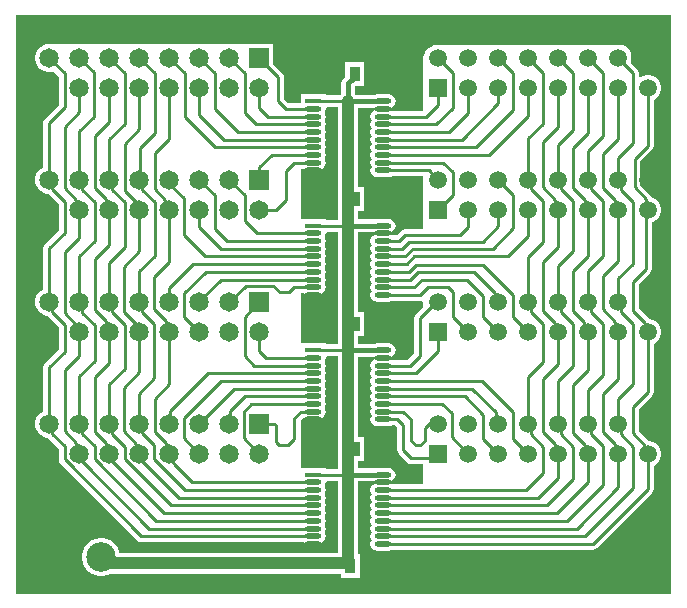
<source format=gtl>
G04*
G04 #@! TF.GenerationSoftware,Altium Limited,Altium Designer,21.6.1 (37)*
G04*
G04 Layer_Physical_Order=1*
G04 Layer_Color=255*
%FSLAX25Y25*%
%MOIN*%
G70*
G04*
G04 #@! TF.SameCoordinates,01938319-B850-4C9D-A5BA-AB94FDF17EC4*
G04*
G04*
G04 #@! TF.FilePolarity,Positive*
G04*
G01*
G75*
%ADD15C,0.01000*%
%ADD16R,0.05512X0.01772*%
%ADD17O,0.05512X0.01772*%
%ADD18R,0.03543X0.05118*%
%ADD28C,0.04000*%
%ADD29C,0.01500*%
%ADD30C,0.05906*%
%ADD31R,0.05906X0.05906*%
%ADD32C,0.09843*%
%ADD33C,0.06500*%
%ADD34R,0.06500X0.06500*%
%ADD35C,0.02300*%
G36*
X220063Y1937D02*
X1937D01*
X1937Y194913D01*
X220063D01*
Y1937D01*
D02*
G37*
%LPC*%
G36*
X87550Y185150D02*
X12288D01*
X11704Y184993D01*
X11573Y184968D01*
X11512Y184942D01*
X11105Y184833D01*
X10741Y184623D01*
X10709Y184609D01*
X10652Y184572D01*
X10045Y184221D01*
X9179Y183355D01*
X8913Y182894D01*
X8750Y182651D01*
X8694Y182515D01*
X8567Y182295D01*
X8501Y182049D01*
X8392Y181787D01*
X8282Y181231D01*
X8250Y181112D01*
Y181071D01*
X8210Y180869D01*
Y179953D01*
X8385Y179074D01*
X8728Y178246D01*
X9226Y177500D01*
X9860Y176866D01*
X10606Y176368D01*
X11434Y176025D01*
X12214Y175870D01*
X12288Y175850D01*
X13512D01*
X14010Y175801D01*
X14929Y175420D01*
X15633Y174716D01*
X16014Y173797D01*
X16063Y173299D01*
Y164802D01*
X11530Y160270D01*
X11110Y159641D01*
X10963Y158900D01*
Y144084D01*
X10045Y143554D01*
X9179Y142688D01*
X8567Y141628D01*
X8250Y140445D01*
Y139221D01*
X8567Y138038D01*
X9179Y136978D01*
X10045Y136112D01*
X11105Y135500D01*
X12288Y135183D01*
X12669D01*
X16063Y131790D01*
Y122865D01*
X11530Y118332D01*
X11110Y117704D01*
X10963Y116962D01*
Y103418D01*
X10045Y102888D01*
X9179Y102022D01*
X8567Y100961D01*
X8250Y99779D01*
Y98554D01*
X8567Y97372D01*
X9179Y96311D01*
X10045Y95446D01*
X11105Y94833D01*
X12288Y94517D01*
X12406D01*
X12583Y94253D01*
X16063Y90773D01*
Y83302D01*
X11530Y78770D01*
X11110Y78141D01*
X10963Y77400D01*
Y62751D01*
X10045Y62221D01*
X9179Y61355D01*
X8567Y60295D01*
X8250Y59112D01*
Y57888D01*
X8567Y56705D01*
X9179Y55645D01*
X10045Y54779D01*
X11105Y54167D01*
X12288Y53850D01*
X12467D01*
X12583Y53678D01*
X16063Y50198D01*
Y46683D01*
X16210Y45941D01*
X16630Y45313D01*
X18250Y43692D01*
X18295Y43625D01*
X19688Y42232D01*
X19755Y42188D01*
X42269Y19673D01*
X42898Y19254D01*
X43639Y19106D01*
X97801D01*
X98124Y18890D01*
X99016Y18713D01*
X102756D01*
X103648Y18890D01*
X104404Y19395D01*
X104909Y20151D01*
X105087Y21043D01*
X104909Y21935D01*
X104650Y22323D01*
X104909Y22711D01*
X105087Y23602D01*
X104909Y24494D01*
X104650Y24882D01*
X104909Y25269D01*
X105087Y26161D01*
X104909Y27053D01*
X104650Y27441D01*
X104909Y27829D01*
X105087Y28721D01*
X104909Y29612D01*
X104650Y30000D01*
X104909Y30388D01*
X105087Y31280D01*
X104909Y32171D01*
X104650Y32559D01*
X104909Y32947D01*
X105087Y33839D01*
X104909Y34730D01*
X104650Y35118D01*
X104909Y35506D01*
X105087Y36398D01*
X104909Y37290D01*
X104650Y37677D01*
X104909Y38065D01*
X105087Y38957D01*
X105062Y39079D01*
X105355Y39579D01*
X109071D01*
Y15429D01*
X36369D01*
X36278Y15887D01*
X35802Y17038D01*
X35110Y18073D01*
X34230Y18953D01*
X33194Y19645D01*
X32044Y20122D01*
X30823Y20365D01*
X29577D01*
X28356Y20122D01*
X27206Y19645D01*
X26170Y18953D01*
X25290Y18073D01*
X24598Y17038D01*
X24122Y15887D01*
X23879Y14666D01*
Y13421D01*
X24122Y12200D01*
X24598Y11049D01*
X25290Y10014D01*
X26170Y9133D01*
X27206Y8442D01*
X28356Y7965D01*
X29577Y7722D01*
X30823D01*
X32044Y7965D01*
X33194Y8442D01*
X33388Y8571D01*
X110088D01*
Y7041D01*
X116431D01*
Y14959D01*
X115929D01*
Y39324D01*
X121548D01*
X122111Y39212D01*
Y38702D01*
X121352Y38551D01*
X120596Y38046D01*
X120091Y37290D01*
X119913Y36398D01*
X120091Y35506D01*
X120350Y35118D01*
X120091Y34730D01*
X119913Y33839D01*
X120091Y32947D01*
X120350Y32559D01*
X120091Y32171D01*
X119913Y31280D01*
X120091Y30388D01*
X120350Y30000D01*
X120091Y29612D01*
X119913Y28721D01*
X120091Y27829D01*
X120350Y27441D01*
X120091Y27053D01*
X119913Y26161D01*
X120091Y25269D01*
X120350Y24882D01*
X120091Y24494D01*
X119913Y23602D01*
X120091Y22711D01*
X120350Y22323D01*
X120091Y21935D01*
X119913Y21043D01*
X120091Y20151D01*
X120350Y19764D01*
X120091Y19376D01*
X119913Y18484D01*
X120091Y17592D01*
X120596Y16836D01*
X121352Y16331D01*
X122244Y16154D01*
X125984D01*
X126876Y16331D01*
X127199Y16547D01*
X194146D01*
X194887Y16694D01*
X195516Y17114D01*
X213870Y35469D01*
X214290Y36097D01*
X214437Y36839D01*
Y44592D01*
X215173Y45017D01*
X215983Y45827D01*
X216556Y46820D01*
X216853Y47927D01*
Y49073D01*
X216556Y50180D01*
X215983Y51173D01*
X215173Y51983D01*
X214180Y52556D01*
X213073Y52853D01*
X212698D01*
X209437Y56113D01*
Y63417D01*
X213870Y67849D01*
X214290Y68478D01*
X214437Y69219D01*
Y85259D01*
X215173Y85684D01*
X215983Y86494D01*
X216556Y87486D01*
X216853Y88594D01*
Y89740D01*
X216556Y90847D01*
X215983Y91839D01*
X215173Y92650D01*
X214180Y93223D01*
X213073Y93519D01*
X212957D01*
X212931Y93558D01*
X209437Y97052D01*
Y104977D01*
X213120Y108660D01*
X213540Y109288D01*
X213687Y110030D01*
Y125645D01*
X214180Y125777D01*
X215173Y126350D01*
X215983Y127161D01*
X216556Y128153D01*
X216853Y129260D01*
Y130406D01*
X216556Y131513D01*
X215983Y132506D01*
X215173Y133316D01*
X214180Y133889D01*
X213653Y134030D01*
X213619Y134201D01*
X213199Y134830D01*
X209937Y138092D01*
Y145944D01*
X213870Y149877D01*
X214290Y150505D01*
X214437Y151247D01*
Y166592D01*
X215173Y167017D01*
X215983Y167827D01*
X216556Y168820D01*
X216853Y169927D01*
Y171073D01*
X216556Y172180D01*
X215983Y173173D01*
X215173Y173983D01*
X214180Y174556D01*
X213073Y174853D01*
X211927D01*
X210820Y174556D01*
X209937Y174047D01*
X209437Y174233D01*
Y175500D01*
X209290Y176241D01*
X208870Y176870D01*
X206884Y178856D01*
Y181365D01*
X206736Y182109D01*
X206445Y182811D01*
X206024Y183442D01*
X205487Y183979D01*
X204856Y184400D01*
X204154Y184691D01*
X203410Y184839D01*
X203125D01*
X203073Y184853D01*
X201927D01*
X201875Y184839D01*
X193125D01*
X193073Y184853D01*
X191927D01*
X191875Y184839D01*
X183125D01*
X183073Y184853D01*
X181927D01*
X181875Y184839D01*
X173125D01*
X173073Y184853D01*
X171927D01*
X171875Y184839D01*
X163125D01*
X163073Y184853D01*
X161927D01*
X161875Y184839D01*
X153125D01*
X153073Y184853D01*
X151927D01*
X151875Y184839D01*
X143125D01*
X143073Y184853D01*
X141927D01*
X141560Y184754D01*
X141024Y184648D01*
X140118Y184273D01*
X139304Y183728D01*
X138611Y183035D01*
X138066Y182220D01*
X137691Y181315D01*
X137500Y180354D01*
Y177500D01*
X137430Y169837D01*
X137407D01*
Y162835D01*
X127199D01*
X126876Y163051D01*
X126117Y163202D01*
Y163712D01*
X126876Y163863D01*
X127632Y164368D01*
X128137Y165124D01*
X128315Y166016D01*
X128137Y166908D01*
X127632Y167664D01*
X126876Y168169D01*
X125984Y168346D01*
X122244D01*
X121548Y168208D01*
X115092D01*
X114925Y168425D01*
X114692Y168604D01*
Y171041D01*
X117931D01*
Y178959D01*
X111588D01*
Y174141D01*
X110950Y173503D01*
X110475Y172792D01*
X110308Y171953D01*
Y168604D01*
X110075Y168425D01*
X109713Y167953D01*
X105042D01*
Y168302D01*
X96730D01*
Y165537D01*
X92464D01*
X91158Y166843D01*
Y174179D01*
X91010Y174921D01*
X90590Y175549D01*
X87550Y178590D01*
Y185150D01*
D02*
G37*
%LPD*%
G36*
X109071Y126453D02*
X105042D01*
Y126802D01*
X96730D01*
Y143606D01*
X97801D01*
X98124Y143390D01*
X99016Y143213D01*
X102756D01*
X103648Y143390D01*
X104404Y143895D01*
X104909Y144651D01*
X105087Y145543D01*
X104909Y146435D01*
X104650Y146823D01*
X104909Y147211D01*
X105087Y148102D01*
X104909Y148994D01*
X104650Y149382D01*
X104909Y149769D01*
X105087Y150661D01*
X104909Y151553D01*
X104650Y151941D01*
X104909Y152329D01*
X105087Y153220D01*
X104909Y154112D01*
X104650Y154500D01*
X104909Y154888D01*
X105087Y155780D01*
X104909Y156671D01*
X104650Y157059D01*
X104909Y157447D01*
X105087Y158339D01*
X104909Y159230D01*
X104650Y159618D01*
X104909Y160006D01*
X105087Y160898D01*
X104909Y161790D01*
X104650Y162177D01*
X104909Y162565D01*
X105087Y163457D01*
X105062Y163578D01*
X105355Y164078D01*
X109071D01*
Y126453D01*
D02*
G37*
G36*
X122111Y163712D02*
Y163202D01*
X121352Y163051D01*
X120596Y162546D01*
X120091Y161790D01*
X119913Y160898D01*
X120091Y160006D01*
X120350Y159618D01*
X120091Y159230D01*
X119913Y158339D01*
X120091Y157447D01*
X120350Y157059D01*
X120091Y156671D01*
X119913Y155780D01*
X120091Y154888D01*
X120350Y154500D01*
X120091Y154112D01*
X119913Y153220D01*
X120091Y152329D01*
X120350Y151941D01*
X120091Y151553D01*
X119913Y150661D01*
X120091Y149769D01*
X120350Y149382D01*
X120091Y148994D01*
X119913Y148102D01*
X120091Y147211D01*
X120350Y146823D01*
X120091Y146435D01*
X119913Y145543D01*
X120091Y144651D01*
X120350Y144264D01*
X120091Y143876D01*
X119913Y142984D01*
X120091Y142092D01*
X120596Y141336D01*
X121352Y140831D01*
X122244Y140654D01*
X125984D01*
X126876Y140831D01*
X127199Y141047D01*
X137407D01*
Y123287D01*
X131541D01*
X130800Y123140D01*
X130171Y122720D01*
X128786Y121335D01*
X127199D01*
X126876Y121551D01*
X126117Y121702D01*
Y122212D01*
X126876Y122363D01*
X127632Y122868D01*
X128137Y123624D01*
X128315Y124516D01*
X128137Y125408D01*
X127632Y126164D01*
X126876Y126669D01*
X125984Y126846D01*
X122244D01*
X121548Y126708D01*
X115929D01*
Y129374D01*
X117931D01*
Y137292D01*
X115929D01*
Y163824D01*
X121548D01*
X122111Y163712D01*
D02*
G37*
G36*
X109071Y84953D02*
X105042D01*
Y85302D01*
X96730D01*
Y102106D01*
X97801D01*
X98124Y101890D01*
X99016Y101713D01*
X102756D01*
X103648Y101890D01*
X104404Y102395D01*
X104909Y103151D01*
X105087Y104043D01*
X104909Y104935D01*
X104650Y105323D01*
X104909Y105710D01*
X105087Y106602D01*
X104909Y107494D01*
X104650Y107882D01*
X104909Y108270D01*
X105087Y109161D01*
X104909Y110053D01*
X104650Y110441D01*
X104909Y110829D01*
X105087Y111721D01*
X104909Y112612D01*
X104650Y113000D01*
X104909Y113388D01*
X105087Y114279D01*
X104909Y115171D01*
X104650Y115559D01*
X104909Y115947D01*
X105087Y116839D01*
X104909Y117730D01*
X104650Y118118D01*
X104909Y118506D01*
X105087Y119398D01*
X104909Y120290D01*
X104650Y120677D01*
X104909Y121065D01*
X105087Y121957D01*
X105062Y122079D01*
X105355Y122579D01*
X109071D01*
Y84953D01*
D02*
G37*
G36*
X122111Y122212D02*
Y121702D01*
X121352Y121551D01*
X120596Y121046D01*
X120091Y120290D01*
X119913Y119398D01*
X120091Y118506D01*
X120350Y118118D01*
X120091Y117730D01*
X119913Y116839D01*
X120091Y115947D01*
X120350Y115559D01*
X120091Y115171D01*
X119913Y114279D01*
X120091Y113388D01*
X120350Y113000D01*
X120091Y112612D01*
X119913Y111721D01*
X120091Y110829D01*
X120350Y110441D01*
X120091Y110053D01*
X119913Y109161D01*
X120091Y108270D01*
X120350Y107882D01*
X120091Y107494D01*
X119913Y106602D01*
X120091Y105710D01*
X120350Y105323D01*
X120091Y104935D01*
X119913Y104043D01*
X120091Y103151D01*
X120350Y102764D01*
X120091Y102376D01*
X119913Y101484D01*
X120091Y100592D01*
X120596Y99836D01*
X121352Y99331D01*
X122244Y99154D01*
X125984D01*
X126876Y99331D01*
X127199Y99547D01*
X136480D01*
X136907Y99632D01*
X137407Y99263D01*
Y97495D01*
X135110Y95199D01*
X134690Y94570D01*
X134542Y93829D01*
Y81993D01*
X132385Y79835D01*
X127199D01*
X126876Y80051D01*
X126117Y80202D01*
Y80712D01*
X126876Y80863D01*
X127632Y81368D01*
X128137Y82124D01*
X128315Y83016D01*
X128137Y83908D01*
X127632Y84664D01*
X126876Y85169D01*
X125984Y85346D01*
X122244D01*
X121548Y85208D01*
X115929D01*
Y87708D01*
X117931D01*
Y95626D01*
X115929D01*
Y122324D01*
X121548D01*
X122111Y122212D01*
D02*
G37*
G36*
X109071Y43453D02*
X105042D01*
Y43802D01*
X96730D01*
Y59877D01*
X97460Y60606D01*
X97801D01*
X98124Y60390D01*
X99016Y60213D01*
X102756D01*
X103648Y60390D01*
X104404Y60895D01*
X104909Y61651D01*
X105087Y62543D01*
X104909Y63435D01*
X104650Y63823D01*
X104909Y64210D01*
X105087Y65102D01*
X104909Y65994D01*
X104650Y66382D01*
X104909Y66769D01*
X105087Y67661D01*
X104909Y68553D01*
X104650Y68941D01*
X104909Y69329D01*
X105087Y70221D01*
X104909Y71112D01*
X104650Y71500D01*
X104909Y71888D01*
X105087Y72780D01*
X104909Y73671D01*
X104650Y74059D01*
X104909Y74447D01*
X105087Y75339D01*
X104909Y76231D01*
X104650Y76618D01*
X104909Y77006D01*
X105087Y77898D01*
X104909Y78790D01*
X104650Y79177D01*
X104909Y79565D01*
X105087Y80457D01*
X105062Y80579D01*
X105355Y81078D01*
X109071D01*
Y43453D01*
D02*
G37*
G36*
X122111Y80712D02*
Y80202D01*
X121352Y80051D01*
X120596Y79546D01*
X120091Y78790D01*
X119913Y77898D01*
X120091Y77006D01*
X120350Y76618D01*
X120091Y76231D01*
X119913Y75339D01*
X120091Y74447D01*
X120350Y74059D01*
X120091Y73671D01*
X119913Y72780D01*
X120091Y71888D01*
X120350Y71500D01*
X120091Y71112D01*
X119913Y70221D01*
X120091Y69329D01*
X120350Y68941D01*
X120091Y68553D01*
X119913Y67661D01*
X120091Y66769D01*
X120350Y66382D01*
X120091Y65994D01*
X119913Y65102D01*
X120091Y64210D01*
X120350Y63823D01*
X120091Y63435D01*
X119913Y62543D01*
X120091Y61651D01*
X120350Y61264D01*
X120091Y60876D01*
X119913Y59984D01*
X120091Y59092D01*
X120596Y58336D01*
X121352Y57831D01*
X122244Y57654D01*
X125984D01*
X126876Y57831D01*
X127199Y58047D01*
X128035D01*
X128840Y57242D01*
Y49723D01*
X128987Y48982D01*
X129407Y48353D01*
X132098Y45663D01*
X132726Y45243D01*
X133467Y45095D01*
X137407D01*
Y38335D01*
X127199D01*
X126876Y38551D01*
X126117Y38702D01*
Y39212D01*
X126876Y39363D01*
X127632Y39868D01*
X128137Y40624D01*
X128315Y41516D01*
X128137Y42408D01*
X127632Y43164D01*
X126876Y43669D01*
X125984Y43846D01*
X122244D01*
X121548Y43708D01*
X115929D01*
Y46041D01*
X117931D01*
Y53959D01*
X115929D01*
Y80824D01*
X121548D01*
X122111Y80712D01*
D02*
G37*
D15*
X101900Y133779D02*
Y142984D01*
X102453Y134333D02*
X102500Y134286D01*
X100886Y142984D02*
X101900D01*
X187500Y137065D02*
Y150595D01*
X192500Y155595D01*
Y170500D01*
Y149480D02*
X197500Y154481D01*
X192500Y139833D02*
Y149480D01*
X197500Y154481D02*
Y175500D01*
X182500Y139833D02*
Y151382D01*
X187500Y156382D02*
Y175500D01*
X182500Y151382D02*
X187500Y156382D01*
X182500Y157533D02*
Y170500D01*
X177500Y137327D02*
Y152532D01*
X182500Y157533D01*
X177500Y158610D02*
Y175500D01*
X172500Y153611D02*
X177500Y158610D01*
X172500Y139833D02*
Y153611D01*
X197500Y137194D02*
Y148406D01*
X202500Y153406D01*
Y170500D01*
Y139833D02*
Y147143D01*
X207500Y152143D02*
Y175500D01*
X202500Y147143D02*
X207500Y152143D01*
X212500Y151247D02*
Y170500D01*
X208000Y137290D02*
Y146747D01*
X212500Y151247D01*
X181561Y130772D02*
Y133265D01*
X177500Y137327D02*
X181561Y133265D01*
X177500Y119000D02*
Y132691D01*
X172500Y139833D02*
X173439Y138895D01*
Y136752D02*
Y138895D01*
Y136752D02*
X177500Y132691D01*
X187500Y137065D02*
X191561Y133004D01*
Y130772D02*
X192500Y129833D01*
X191561Y130772D02*
Y133004D01*
X192500Y114595D02*
Y129833D01*
X182500Y139833D02*
X183439Y138895D01*
Y136686D02*
X187500Y132624D01*
Y116064D02*
Y132624D01*
X183439Y136686D02*
Y138895D01*
X201561Y130772D02*
Y133133D01*
Y130772D02*
X202500Y129833D01*
X197500Y137194D02*
X201561Y133133D01*
X192500Y139833D02*
X193439Y138895D01*
X197500Y114500D02*
Y132831D01*
X193439Y136892D02*
Y138895D01*
Y136892D02*
X197500Y132831D01*
X203439Y136514D02*
X207381Y132571D01*
Y111840D02*
Y132571D01*
X202500Y106958D02*
X207381Y111840D01*
X202500Y139833D02*
X203439Y138895D01*
Y136514D02*
Y138895D01*
X211830Y130504D02*
X212500Y129833D01*
X211830Y130504D02*
Y133460D01*
X208000Y137290D02*
X211830Y133460D01*
X182500Y99167D02*
Y111064D01*
X187500Y116064D01*
X192500Y109500D02*
X197500Y114500D01*
X202500Y112762D02*
Y129833D01*
X197500Y96651D02*
Y107762D01*
X202500Y112762D01*
Y99167D02*
Y106958D01*
X207500Y96249D02*
Y105780D01*
X211750Y110030D02*
Y129083D01*
X207500Y105780D02*
X211750Y110030D01*
X211561Y90105D02*
X212500Y89167D01*
X211561Y90105D02*
Y92188D01*
X207500Y96249D02*
X211561Y92188D01*
X203439Y95835D02*
Y98228D01*
Y95835D02*
X207500Y91774D01*
Y71623D02*
Y91774D01*
X202500Y99167D02*
X203439Y98228D01*
X201594Y90073D02*
Y92558D01*
X197500Y96651D02*
X201594Y92558D01*
Y90073D02*
X202500Y89167D01*
X193439Y95917D02*
Y98228D01*
Y95917D02*
X197500Y91856D01*
Y74850D02*
Y91856D01*
X192500Y99167D02*
X193439Y98228D01*
X192500Y99167D02*
Y109500D01*
X187500Y96093D02*
X191203Y92390D01*
Y91791D02*
Y92390D01*
X187500Y96093D02*
Y109595D01*
X192500Y76504D02*
Y90494D01*
X191203Y91791D02*
X192500Y90494D01*
X182500Y99167D02*
X183381Y98285D01*
Y95751D02*
Y98285D01*
Y95751D02*
X187500Y91632D01*
Y77702D02*
Y91632D01*
X181561Y90105D02*
X182500Y89167D01*
X177500Y96167D02*
Y112589D01*
Y96167D02*
X181561Y92106D01*
Y90105D02*
Y92106D01*
X172500Y99167D02*
X173400Y98267D01*
X177500Y78974D02*
Y91669D01*
X173400Y95769D02*
Y98267D01*
Y95769D02*
X177500Y91669D01*
X172500Y99167D02*
Y114000D01*
Y73974D02*
X177500Y78974D01*
X172500Y58500D02*
Y73974D01*
X182500Y58500D02*
Y72702D01*
X187500Y77702D01*
Y55494D02*
Y71504D01*
X192500Y76504D01*
Y58500D02*
Y69850D01*
X197500Y74850D01*
Y68319D02*
X202500Y73319D01*
X197500Y55918D02*
Y68319D01*
X202500Y73319D02*
Y89167D01*
Y66623D02*
X207500Y71623D01*
X202500Y58500D02*
Y66623D01*
X207500Y55311D02*
Y64219D01*
X212500Y69219D02*
Y89167D01*
X207500Y64219D02*
X212500Y69219D01*
X211561Y49439D02*
X212500Y48500D01*
X211561Y49439D02*
Y51249D01*
X207500Y55311D02*
X211561Y51249D01*
X203348Y55051D02*
Y57652D01*
Y55051D02*
X207500Y50899D01*
Y37000D02*
Y50899D01*
X202500Y58500D02*
X203348Y57652D01*
X201561Y49439D02*
Y51857D01*
X197500Y55918D02*
X201561Y51857D01*
X192500Y58500D02*
X193403Y57597D01*
X197500Y38145D02*
Y51008D01*
X193403Y55106D02*
Y57597D01*
Y55106D02*
X197500Y51008D01*
X191561Y49439D02*
Y51432D01*
X187500Y55494D02*
X191561Y51432D01*
X187500Y39964D02*
Y50868D01*
X182500Y58500D02*
X183333Y57667D01*
Y55036D02*
Y57667D01*
Y55036D02*
X187500Y50868D01*
X177500Y55745D02*
Y73500D01*
X181561Y49439D02*
Y51684D01*
X177500Y55745D02*
X181561Y51684D01*
Y49439D02*
X182500Y48500D01*
X173352Y55055D02*
Y57648D01*
Y55055D02*
X177500Y50906D01*
Y42000D02*
Y50906D01*
X172500Y58500D02*
X173352Y57648D01*
X124114Y26161D02*
X185516D01*
X197500Y38145D01*
X124114Y31280D02*
X178815D01*
X187500Y39964D01*
X182500Y40509D02*
Y48500D01*
X175830Y33839D02*
X182500Y40509D01*
X124114Y33839D02*
X175830D01*
X46184Y23602D02*
X100886D01*
X24452Y45334D02*
X46184Y23602D01*
X22900Y47012D02*
Y48500D01*
Y47012D02*
X24452Y45460D01*
Y45334D02*
Y45460D01*
X32900Y47012D02*
Y48500D01*
X34426Y45308D02*
X51014Y28721D01*
X100886D01*
X32900Y47012D02*
X34426Y45486D01*
Y45308D02*
Y45486D01*
X31848Y49552D02*
X32900Y48500D01*
X56027Y33839D02*
X100886D01*
X42900Y47012D02*
Y48500D01*
X44492Y45374D02*
X56027Y33839D01*
X42900Y47012D02*
X44492Y45420D01*
Y45374D02*
Y45420D01*
X52900Y47012D02*
X54334Y45578D01*
X60594Y38957D02*
X100886D01*
X52900Y47012D02*
Y48500D01*
X54334Y45217D02*
Y45578D01*
Y45217D02*
X60594Y38957D01*
X18000Y56135D02*
Y76360D01*
X21909Y49491D02*
Y52226D01*
X18000Y56135D02*
X21909Y52226D01*
X23952Y54994D02*
X27988Y50958D01*
X22900Y58500D02*
X23952Y57448D01*
Y54994D02*
Y57448D01*
X22900Y58500D02*
Y74314D01*
X28000Y55913D02*
Y74000D01*
X31848Y49552D02*
Y52066D01*
X28000Y55913D02*
X31848Y52066D01*
X27988Y46694D02*
Y50958D01*
Y46694D02*
X48521Y26161D01*
X37650Y56089D02*
X41848Y51891D01*
Y49552D02*
Y51891D01*
X37650Y56089D02*
Y70541D01*
X33952Y54944D02*
Y57448D01*
X37988Y46695D02*
Y50909D01*
X32900Y58322D02*
Y71776D01*
Y58500D02*
X33952Y57448D01*
Y54944D02*
X37988Y50909D01*
Y46695D02*
X53403Y31280D01*
X51860Y49540D02*
Y52178D01*
X48150Y55888D02*
X51860Y52178D01*
X48150Y55888D02*
Y66887D01*
X43952Y55393D02*
Y57448D01*
X47837Y46846D02*
Y51508D01*
X42900Y58500D02*
X43952Y57448D01*
Y55393D02*
X47837Y51508D01*
X42900Y58500D02*
Y68583D01*
X47837Y46846D02*
X58285Y36398D01*
X18000Y76360D02*
X22900Y81260D01*
Y90428D01*
X28000Y79414D02*
Y91401D01*
X22900Y74314D02*
X28000Y79414D01*
X38000Y76876D02*
Y91569D01*
X32900Y71776D02*
X38000Y76876D01*
X37650Y70541D02*
X42900Y75791D01*
Y90655D01*
Y68583D02*
X47955Y73638D01*
Y91746D01*
X48150Y66887D02*
X52900Y71637D01*
Y89167D01*
X18000Y122062D02*
Y132592D01*
X12900Y99167D02*
Y116962D01*
X18000Y122062D01*
Y95328D02*
Y115692D01*
X22900Y120592D02*
Y129833D01*
X18000Y115692D02*
X22900Y120592D01*
X28000Y119596D02*
Y132501D01*
X22900Y99167D02*
Y114496D01*
X28000Y119596D01*
X32900Y118217D02*
Y129833D01*
X28000Y96467D02*
Y113317D01*
X32900Y118217D01*
X32900Y99167D02*
Y112180D01*
X38000Y117280D01*
Y132312D01*
X37650Y110930D02*
X42900Y116180D01*
X37650Y95905D02*
Y110930D01*
X42900Y116180D02*
Y131322D01*
X42900Y99167D02*
Y109400D01*
X48000Y114500D01*
Y132552D01*
X47650Y96845D02*
Y107311D01*
X52900Y112561D01*
Y131322D01*
X51848Y90219D02*
X52900Y89167D01*
X47650Y96845D02*
X51848Y92647D01*
Y90219D02*
Y92647D01*
X43952Y95748D02*
Y98114D01*
Y95748D02*
X47955Y91746D01*
X42900Y99167D02*
X43952Y98114D01*
X37650Y95905D02*
X42900Y90655D01*
X32900Y99167D02*
X33952Y98114D01*
Y95616D02*
X38000Y91569D01*
X33952Y95616D02*
Y98114D01*
X31848Y90219D02*
X32900Y89167D01*
X31848Y90219D02*
Y92619D01*
X28000Y96467D02*
X31848Y92619D01*
X23952Y95449D02*
Y98114D01*
Y95449D02*
X28000Y91401D01*
X18000Y82500D02*
Y91575D01*
X13952Y95623D02*
X18000Y91575D01*
X12900Y99167D02*
X13952Y98114D01*
Y95623D02*
Y98114D01*
X12900Y139833D02*
Y158900D01*
X13952Y136640D02*
Y138781D01*
X12900Y139833D02*
X13952Y138781D01*
Y136640D02*
X18000Y132592D01*
X23952Y136548D02*
X28000Y132501D01*
X22900Y139833D02*
Y156138D01*
Y139833D02*
X23952Y138781D01*
Y136548D02*
Y138781D01*
X32900Y139833D02*
X33952Y138781D01*
Y136360D02*
X38000Y132312D01*
X33952Y136360D02*
Y138781D01*
X38000Y136222D02*
X42900Y131322D01*
X38000Y136222D02*
Y151749D01*
X21848Y130886D02*
X22900Y129833D01*
X21848Y130886D02*
Y133251D01*
X18000Y137099D02*
X21848Y133251D01*
X18000Y137099D02*
Y157411D01*
X28000Y137154D02*
X31848Y133307D01*
X28000Y137154D02*
Y154303D01*
X31848Y130886D02*
Y133307D01*
Y130886D02*
X32900Y129833D01*
X52900Y138529D02*
Y139833D01*
X57650Y121350D02*
Y133779D01*
X52900Y138529D02*
X57650Y133779D01*
X43952Y136599D02*
X48000Y132552D01*
X43952Y136599D02*
Y138781D01*
X51499Y132722D02*
Y133150D01*
X48000Y136650D02*
Y148661D01*
X51499Y132722D02*
X52900Y131322D01*
X48000Y136650D02*
X51499Y133150D01*
X42900Y139833D02*
X43952Y138781D01*
X22900Y162311D02*
Y170500D01*
X18000Y157411D02*
X22900Y162311D01*
X27650Y160888D02*
Y175750D01*
X22900Y156138D02*
X27650Y160888D01*
X28000Y154303D02*
X32900Y159203D01*
Y170500D01*
Y139833D02*
Y153377D01*
X38000Y158477D02*
Y175400D01*
X32900Y153377D02*
X38000Y158477D01*
X42900Y156649D02*
Y170500D01*
X38000Y151749D02*
X42900Y156649D01*
X43000Y139933D02*
Y150500D01*
X48000Y155500D02*
Y175400D01*
X43000Y150500D02*
X48000Y155500D01*
X52900Y153561D02*
Y170500D01*
X48000Y148661D02*
X52900Y153561D01*
X162500Y165392D02*
Y170500D01*
X150329Y153220D02*
X162500Y165392D01*
X124114Y153220D02*
X150329D01*
X167500Y162950D02*
Y175500D01*
X124114Y150661D02*
X155211D01*
X167500Y162950D01*
X124114Y158339D02*
X141980D01*
X147500Y163858D02*
Y175500D01*
X141980Y158339D02*
X147500Y163858D01*
X172500Y161109D02*
Y170500D01*
X124114Y148102D02*
X159493D01*
X172500Y161109D01*
X167500Y94167D02*
Y101602D01*
X157602Y111500D02*
X167500Y101602D01*
X135000Y111500D02*
X157602D01*
X157052Y72780D02*
X167500Y62332D01*
X124114Y72780D02*
X157052D01*
X167500Y53500D02*
Y62332D01*
X161851Y59149D02*
Y62296D01*
X153927Y70221D02*
X161851Y62296D01*
X124114Y70221D02*
X153927D01*
X157500Y53500D02*
Y61572D01*
X151411Y67661D02*
X157500Y61572D01*
X124114Y67661D02*
X151411D01*
X130777Y49723D02*
Y58045D01*
X128837Y59984D02*
X130777Y58045D01*
Y49723D02*
X133467Y47032D01*
X73257Y62664D02*
X78254Y67661D01*
X100886D01*
X72900Y58500D02*
X73257Y58857D01*
Y62664D01*
X53288Y58887D02*
Y62664D01*
X65962Y75339D01*
X100886D01*
X52900Y58500D02*
X53288Y58887D01*
X65002Y109161D02*
X100886D01*
X57967Y94099D02*
Y102126D01*
X65002Y109161D01*
X52900Y99167D02*
Y103777D01*
X60844Y111721D02*
X100886D01*
X52900Y103777D02*
X60844Y111721D01*
X161561Y100105D02*
Y102105D01*
X135783Y109161D02*
X154505D01*
X161561Y102105D01*
Y100105D02*
X162500Y99167D01*
X92876Y102384D02*
X94535Y104043D01*
X89836Y102384D02*
X92876D01*
X87618Y104602D02*
X89836Y102384D01*
X94535Y104043D02*
X100886D01*
X5000Y162600D02*
X12900Y170500D01*
X2500Y160100D02*
X5000Y162600D01*
Y185000D01*
X13000Y193000D01*
X114500D01*
X122240Y185260D01*
Y175000D02*
Y185260D01*
X100886Y59984D02*
X101900D01*
X102256Y59628D01*
Y53552D02*
Y59628D01*
Y53552D02*
X104500Y51308D01*
X100886Y95598D02*
Y101484D01*
Y95598D02*
X103500Y92984D01*
X122240Y175000D02*
X130780D01*
X133187Y172592D01*
Y165904D02*
Y172592D01*
X130740Y163457D02*
X133187Y165904D01*
X124114Y163457D02*
X130740D01*
X122240Y133333D02*
X129589D01*
X131541Y131381D01*
X128373Y121957D02*
X131541Y125125D01*
Y131381D01*
X124114Y121957D02*
X128373D01*
X122240Y91667D02*
X129736D01*
X132045Y89358D01*
Y82658D02*
Y89358D01*
X129844Y80457D02*
X132045Y82658D01*
X124114Y80457D02*
X129844D01*
X132705Y41914D02*
X132791Y42000D01*
X131541Y41914D02*
X132705D01*
X122240Y50000D02*
X125370D01*
X131541Y43829D01*
X130498Y38957D02*
X131541Y40000D01*
X124114Y38957D02*
X130498D01*
X125500Y5000D02*
X197500D01*
X16346D02*
X125500D01*
X120740Y10213D02*
X125500Y5453D01*
X120740Y10213D02*
Y11000D01*
X125500Y5000D02*
Y5453D01*
X197500Y5000D02*
X218000Y25500D01*
X100886Y41516D02*
X112500D01*
X100886Y83016D02*
X112500D01*
X100886Y124516D02*
X112500D01*
X100886Y166016D02*
X112484D01*
X12000Y9607D02*
Y12000D01*
X15106Y6068D02*
X16260Y4914D01*
X16346Y5000D01*
X12000Y9607D02*
X15106Y6501D01*
Y6068D02*
Y6501D01*
X218000Y25500D02*
Y53000D01*
X212500Y58500D02*
X218000Y53000D01*
X212500Y58500D02*
X218000Y64000D01*
X212500Y99167D02*
X218000Y93667D01*
Y64000D02*
Y93667D01*
X212500Y99167D02*
X218000Y104667D01*
Y134333D01*
X212500Y139833D02*
X218000Y134333D01*
X212500Y139833D02*
Y144500D01*
X218000Y150000D01*
Y175000D01*
X212500Y180500D02*
X218000Y175000D01*
X202500Y180500D02*
X207500Y175500D01*
X211750Y129083D02*
X212500Y129833D01*
X201561Y49439D02*
X202500Y48500D01*
X192500Y180500D02*
X197500Y175500D01*
X187500Y109595D02*
X192500Y114595D01*
X191561Y49439D02*
X192500Y48500D01*
X182500Y180500D02*
X187500Y175500D01*
X181561Y130772D02*
X182500Y129833D01*
X177500Y112589D02*
X182500Y117588D01*
Y129833D01*
X172500Y114000D02*
X177500Y119000D01*
X182500Y78500D02*
Y89167D01*
X177500Y73500D02*
X182500Y78500D01*
X172500Y180500D02*
X177500Y175500D01*
X172500Y121000D02*
Y129833D01*
X165779Y114279D02*
X172500Y121000D01*
X134604Y114279D02*
X165779D01*
X142500Y164761D02*
Y170500D01*
X138636Y160898D02*
X142500Y164761D01*
X124114Y160898D02*
X138636D01*
X142500Y180500D02*
X147500Y175500D01*
X152505Y162177D02*
Y170495D01*
X152500Y170500D02*
X152505Y170495D01*
X146108Y155780D02*
X152505Y162177D01*
X124114Y155780D02*
X146108D01*
X162500Y180500D02*
X167500Y175500D01*
X124114Y145543D02*
X144273D01*
X124114Y142984D02*
X139349D01*
X142500Y139833D01*
X144273Y145543D02*
X147500Y142316D01*
Y134833D02*
Y142316D01*
X142500Y129833D02*
X147500Y134833D01*
X82932Y139865D02*
Y143975D01*
X82900Y139833D02*
X82932Y139865D01*
X87059Y148102D02*
X100886D01*
X82932Y143975D02*
X87059Y148102D01*
X94535Y145543D02*
X100886D01*
X91661Y142669D02*
X94535Y145543D01*
X91661Y133000D02*
Y142669D01*
X82900Y129833D02*
X88495D01*
X91661Y133000D01*
X152500Y123964D02*
Y129833D01*
X149886Y121350D02*
X152500Y123964D01*
X131541Y121350D02*
X149886D01*
X81997Y121957D02*
X100886D01*
X78000Y125954D02*
X81997Y121957D01*
X78000Y125954D02*
Y134733D01*
X72900Y139833D02*
X78000Y134733D01*
X124114Y119398D02*
X129589D01*
X131541Y121350D01*
X130379Y116839D02*
X132791Y119250D01*
X132045Y111721D02*
X134604Y114279D01*
X131541D02*
X134100Y116839D01*
X124114D02*
X130379D01*
X134100D02*
X160661D01*
X124114Y111721D02*
X132045D01*
X132791Y119250D02*
X157424D01*
X124114Y114279D02*
X131541D01*
X157424Y119250D02*
X162500Y124326D01*
Y129833D01*
Y139833D02*
X167500Y134833D01*
Y123677D02*
Y134833D01*
X160661Y116839D02*
X167500Y123677D01*
X124114Y109161D02*
X132661D01*
X135000Y111500D01*
X137181Y106602D02*
X152036D01*
X157500Y101139D01*
Y94267D02*
Y101139D01*
X167500Y94167D02*
X172500Y89167D01*
X133224Y106602D02*
X135783Y109161D01*
X134622Y104043D02*
X137181Y106602D01*
X136480Y101484D02*
X139039Y104043D01*
X145841D01*
X147500Y102384D01*
X124114Y106602D02*
X133224D01*
X124114Y104043D02*
X134622D01*
X162500Y89167D02*
Y89267D01*
X157500Y94267D02*
X162500Y89267D01*
X57967Y94099D02*
X62900Y89167D01*
X70000Y106602D02*
X100886D01*
X62900Y99502D02*
X70000Y106602D01*
X62900Y99167D02*
Y99502D01*
X72900Y99167D02*
X78336Y104602D01*
X87618D01*
X64720Y114279D02*
X100886D01*
X57650Y121350D02*
X64720Y114279D01*
X124114Y101484D02*
X136480D01*
X147500Y94167D02*
Y102384D01*
Y94167D02*
X152500Y89167D01*
X141817Y99167D02*
X142500D01*
X136480Y93829D02*
X141817Y99167D01*
X136480Y81190D02*
Y93829D01*
X133187Y77898D02*
X136480Y81190D01*
X124114Y77898D02*
X133187D01*
X142500Y82658D02*
Y89167D01*
X135181Y75339D02*
X142500Y82658D01*
X124114Y75339D02*
X135181D01*
X82900Y82790D02*
X85233Y80457D01*
X100886D01*
X82900Y82790D02*
Y89167D01*
X78000Y94267D02*
X82900Y99167D01*
X78000Y81190D02*
Y94267D01*
X81292Y77898D02*
X100886D01*
X78000Y81190D02*
X81292Y77898D01*
X138000Y57032D02*
X139468Y58500D01*
X142500D01*
X138000Y52828D02*
Y57032D01*
X136480Y51308D02*
X138000Y52828D01*
X134988Y51308D02*
X136480D01*
X133467Y52828D02*
X134988Y51308D01*
X133467Y52828D02*
Y59984D01*
X130909Y62543D02*
X133467Y59984D01*
X124114Y62543D02*
X130909D01*
X141033Y47032D02*
X142500Y48500D01*
X133467Y47032D02*
X141033D01*
X124114Y59984D02*
X128837D01*
X82900Y58500D02*
X82932Y58532D01*
X87914D01*
X88500Y57946D01*
Y52317D02*
Y57946D01*
X89509Y51308D02*
X92343D01*
X88500Y52317D02*
X89509Y51308D01*
X92343D02*
X94535Y53500D01*
Y60422D01*
X96657Y62543D02*
X100886D01*
X94535Y60422D02*
X96657Y62543D01*
X80277Y65102D02*
X100886D01*
X77650Y62476D02*
X80277Y65102D01*
X77650Y53750D02*
X82900Y48500D01*
X77650Y53750D02*
Y62476D01*
X70008Y72780D02*
X100886D01*
X57650Y60422D02*
X70008Y72780D01*
X74620Y70221D02*
X100886D01*
X62900Y58500D02*
X74620Y70221D01*
X124114Y65102D02*
X143898D01*
X147000Y62000D01*
Y54000D02*
Y62000D01*
Y54000D02*
X152500Y48500D01*
X161851Y59149D02*
X162500Y58500D01*
X167500Y53500D02*
X172500Y48500D01*
X157500Y53500D02*
X162500Y48500D01*
X57650Y53750D02*
X62900Y48500D01*
X57650Y53750D02*
Y60422D01*
X171898Y36398D02*
X177500Y42000D01*
X124114Y36398D02*
X171898D01*
X182220Y28721D02*
X192500Y39000D01*
Y48500D01*
X124114Y28721D02*
X182220D01*
X188764Y23602D02*
X202500Y37339D01*
Y48500D01*
X124114Y23602D02*
X188764D01*
X191543Y21043D02*
X207500Y37000D01*
X124114Y21043D02*
X191543D01*
X194146Y18484D02*
X212500Y36839D01*
Y48500D01*
X124114Y18484D02*
X194146D01*
X91661Y163600D02*
X100743D01*
X100886Y163457D01*
X89220Y166041D02*
X91661Y163600D01*
X82900Y180500D02*
X89220Y174179D01*
Y166041D02*
Y174179D01*
X82900Y163777D02*
Y170500D01*
X85779Y160898D02*
X100886D01*
X82900Y163777D02*
X85779Y160898D01*
X81838Y158339D02*
X100886D01*
X78000Y162177D02*
X81838Y158339D01*
X72900Y180500D02*
X78000Y175400D01*
Y162177D02*
Y175400D01*
X62900Y180500D02*
X68018Y175382D01*
Y163457D02*
Y175382D01*
Y163457D02*
X75695Y155780D01*
X100886D01*
X62900Y161339D02*
Y170500D01*
Y161339D02*
X71018Y153220D01*
X100886D01*
X68018Y150661D02*
X100886D01*
X58000Y160679D02*
X68018Y150661D01*
X58000Y160679D02*
Y175400D01*
X52900Y180500D02*
X58000Y175400D01*
X62900Y139833D02*
X68000Y134733D01*
Y123500D02*
Y134733D01*
X72102Y119398D02*
X100886D01*
X68000Y123500D02*
X72102Y119398D01*
X62900Y124170D02*
Y129833D01*
Y124170D02*
X70232Y116839D01*
X100886D01*
X12450Y13839D02*
Y48050D01*
X10650Y14493D02*
Y15882D01*
X12450Y13839D02*
X15846Y17235D01*
X10200Y14043D02*
X10650Y14493D01*
X12450Y48050D02*
X12900Y48500D01*
X15846Y17235D02*
Y19846D01*
X18000Y22000D01*
X34043D02*
X37559Y18484D01*
X18000Y22000D02*
X34043D01*
X37559Y18484D02*
X100886D01*
X43639Y21043D02*
X100886D01*
X18000Y46683D02*
X43639Y21043D01*
X18000Y46683D02*
Y51000D01*
X48521Y26161D02*
X100886D01*
X53403Y31280D02*
X100886D01*
X58285Y36398D02*
X100886D01*
X42900Y139833D02*
X43000Y139933D01*
X42900Y180500D02*
X48000Y175400D01*
X32900Y139833D02*
X32900Y139833D01*
Y180500D02*
X38000Y175400D01*
X32900Y78900D02*
Y89167D01*
X28000Y74000D02*
X32900Y78900D01*
X22900Y99167D02*
X23952Y98114D01*
X22900Y180500D02*
X27650Y175750D01*
X18000Y95328D02*
X22900Y90428D01*
X13952Y55048D02*
Y57448D01*
X12900Y58500D02*
X13952Y57448D01*
Y55048D02*
X18000Y51000D01*
X12900Y58500D02*
Y77400D01*
X18000Y164000D02*
Y175400D01*
X12900Y158900D02*
X18000Y164000D01*
X12900Y77400D02*
X18000Y82500D01*
X12900Y180500D02*
X18000Y175400D01*
X2500Y94500D02*
Y136500D01*
Y55000D02*
Y94500D01*
X8150Y49350D02*
X12050D01*
X2500Y55000D02*
X8150Y49350D01*
X12050D02*
X12900Y48500D01*
X2500Y136500D02*
Y160100D01*
X12067Y90000D02*
X12900Y89167D01*
X7000Y90000D02*
X12067D01*
X2500Y94500D02*
X7000Y90000D01*
X11883Y130850D02*
X12900Y129833D01*
X8150Y130850D02*
X11883D01*
X2500Y136500D02*
X8150Y130850D01*
D16*
X100886Y124516D02*
D03*
Y166016D02*
D03*
Y83016D02*
D03*
Y41516D02*
D03*
D17*
Y121957D02*
D03*
Y119398D02*
D03*
Y116839D02*
D03*
Y114279D02*
D03*
Y111721D02*
D03*
Y109161D02*
D03*
Y106602D02*
D03*
Y104043D02*
D03*
Y101484D02*
D03*
X124114Y124516D02*
D03*
Y121957D02*
D03*
Y119398D02*
D03*
Y116839D02*
D03*
Y114279D02*
D03*
Y111721D02*
D03*
Y109161D02*
D03*
Y106602D02*
D03*
Y104043D02*
D03*
Y101484D02*
D03*
X100886Y163457D02*
D03*
Y160898D02*
D03*
Y158339D02*
D03*
Y155780D02*
D03*
Y153220D02*
D03*
Y150661D02*
D03*
Y148102D02*
D03*
Y145543D02*
D03*
Y142984D02*
D03*
X124114Y166016D02*
D03*
Y163457D02*
D03*
Y160898D02*
D03*
Y158339D02*
D03*
Y155780D02*
D03*
Y153220D02*
D03*
Y150661D02*
D03*
Y148102D02*
D03*
Y145543D02*
D03*
Y142984D02*
D03*
X100886Y80457D02*
D03*
Y77898D02*
D03*
Y75339D02*
D03*
Y72780D02*
D03*
Y70221D02*
D03*
Y67661D02*
D03*
Y65102D02*
D03*
Y62543D02*
D03*
Y59984D02*
D03*
X124114Y83016D02*
D03*
Y80457D02*
D03*
Y77898D02*
D03*
Y75339D02*
D03*
Y72780D02*
D03*
Y70221D02*
D03*
Y67661D02*
D03*
Y65102D02*
D03*
Y62543D02*
D03*
Y59984D02*
D03*
X100886Y38957D02*
D03*
Y36398D02*
D03*
Y33839D02*
D03*
Y31280D02*
D03*
Y28721D02*
D03*
Y26161D02*
D03*
Y23602D02*
D03*
Y21043D02*
D03*
Y18484D02*
D03*
X124114Y41516D02*
D03*
Y38957D02*
D03*
Y36398D02*
D03*
Y33839D02*
D03*
Y31280D02*
D03*
Y28721D02*
D03*
Y26161D02*
D03*
Y23602D02*
D03*
Y21043D02*
D03*
Y18484D02*
D03*
D18*
X122240Y133333D02*
D03*
X114760D02*
D03*
X122240Y175000D02*
D03*
X114760D02*
D03*
X122240Y91667D02*
D03*
X114760D02*
D03*
X122240Y50000D02*
D03*
X114760D02*
D03*
X120740Y11000D02*
D03*
X113260D02*
D03*
D28*
X112500Y124516D02*
Y166000D01*
Y12000D02*
Y41516D01*
X32000Y12000D02*
X112500D01*
Y41516D02*
Y83016D01*
Y124516D01*
D29*
Y166016D02*
X124114D01*
X112484D02*
X112500D01*
Y166000D02*
Y166016D01*
X114760Y174213D02*
Y175000D01*
X112500Y171953D02*
X114760Y174213D01*
X112500Y166016D02*
Y171953D01*
Y41516D02*
X124114D01*
X112500Y124516D02*
X124114D01*
X112500Y83016D02*
X124114D01*
D30*
X142500Y180500D02*
D03*
X152500D02*
D03*
X162500D02*
D03*
X172500D02*
D03*
X182500D02*
D03*
X192500D02*
D03*
X202500D02*
D03*
X212500D02*
D03*
X152500Y170500D02*
D03*
X162500D02*
D03*
X172500D02*
D03*
X182500D02*
D03*
X192500D02*
D03*
X202500D02*
D03*
X212500D02*
D03*
Y89167D02*
D03*
X202500D02*
D03*
X192500D02*
D03*
X182500D02*
D03*
X172500D02*
D03*
X162500D02*
D03*
X152500D02*
D03*
X212500Y99167D02*
D03*
X202500D02*
D03*
X192500D02*
D03*
X182500D02*
D03*
X172500D02*
D03*
X162500D02*
D03*
X152500D02*
D03*
X142500D02*
D03*
X212500Y48500D02*
D03*
X202500D02*
D03*
X192500D02*
D03*
X182500D02*
D03*
X172500D02*
D03*
X162500D02*
D03*
X152500D02*
D03*
X212500Y58500D02*
D03*
X202500D02*
D03*
X192500D02*
D03*
X182500D02*
D03*
X172500D02*
D03*
X162500D02*
D03*
X152500D02*
D03*
X142500D02*
D03*
Y139833D02*
D03*
X152500D02*
D03*
X162500D02*
D03*
X172500D02*
D03*
X182500D02*
D03*
X192500D02*
D03*
X202500D02*
D03*
X212500D02*
D03*
X152500Y129833D02*
D03*
X162500D02*
D03*
X172500D02*
D03*
X182500D02*
D03*
X192500D02*
D03*
X202500D02*
D03*
X212500D02*
D03*
D31*
X142500Y170500D02*
D03*
Y89167D02*
D03*
Y48500D02*
D03*
Y129833D02*
D03*
D32*
X30200Y14043D02*
D03*
X10200D02*
D03*
D33*
X12900Y180500D02*
D03*
X32900D02*
D03*
X52900D02*
D03*
X62900D02*
D03*
X72900D02*
D03*
X42900D02*
D03*
X22900D02*
D03*
X82900Y170500D02*
D03*
X72900D02*
D03*
X62900D02*
D03*
X52900D02*
D03*
X42900D02*
D03*
X32900D02*
D03*
X22900D02*
D03*
X12900D02*
D03*
X12900Y139833D02*
D03*
X32900D02*
D03*
X52900D02*
D03*
X62900D02*
D03*
X72900D02*
D03*
X42900D02*
D03*
X22900D02*
D03*
X82900Y129833D02*
D03*
X72900D02*
D03*
X62900D02*
D03*
X52900D02*
D03*
X42900D02*
D03*
X32900D02*
D03*
X22900D02*
D03*
X12900D02*
D03*
X12900Y99167D02*
D03*
X32900D02*
D03*
X52900D02*
D03*
X62900D02*
D03*
X72900D02*
D03*
X42900D02*
D03*
X22900D02*
D03*
X82900Y89167D02*
D03*
X72900D02*
D03*
X62900D02*
D03*
X52900D02*
D03*
X42900D02*
D03*
X32900D02*
D03*
X22900D02*
D03*
X12900D02*
D03*
Y58500D02*
D03*
X32900D02*
D03*
X52900D02*
D03*
X62900D02*
D03*
X72900D02*
D03*
X42900D02*
D03*
X22900D02*
D03*
X82900Y48500D02*
D03*
X72900D02*
D03*
X62900D02*
D03*
X52900D02*
D03*
X42900D02*
D03*
X32900D02*
D03*
X22900D02*
D03*
X12900D02*
D03*
D34*
X82900Y180500D02*
D03*
X82900Y139833D02*
D03*
X82900Y99167D02*
D03*
Y58500D02*
D03*
D35*
X135181Y164761D02*
D03*
Y138895D02*
D03*
X107000Y161790D02*
D03*
X134100Y97495D02*
D03*
X107000Y121000D02*
D03*
Y79414D02*
D03*
X132705Y41914D02*
D03*
X107000Y37677D02*
D03*
X5000Y4000D02*
D03*
X65962D02*
D03*
X117931D02*
D03*
X168703D02*
D03*
X218000D02*
D03*
Y62296D02*
D03*
Y105710D02*
D03*
Y146747D02*
D03*
X218000Y192000D02*
D03*
X160661D02*
D03*
X105355D02*
D03*
X52900D02*
D03*
X5000Y37290D02*
D03*
Y73638D02*
D03*
Y106602D02*
D03*
Y132722D02*
D03*
Y162600D02*
D03*
Y192000D02*
D03*
M02*

</source>
